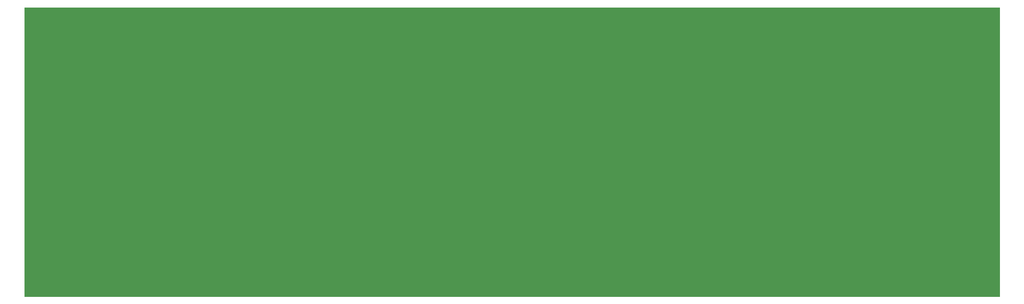
<source format=gbr>
%TF.GenerationSoftware,KiCad,Pcbnew,(6.0.7)*%
%TF.CreationDate,2022-08-16T16:18:47+02:00*%
%TF.ProjectId,MHS_Mobile_Hardware_Sampler_FSR_PCB,4d48535f-4d6f-4626-996c-655f48617264,rev?*%
%TF.SameCoordinates,Original*%
%TF.FileFunction,Profile,NP*%
%FSLAX46Y46*%
G04 Gerber Fmt 4.6, Leading zero omitted, Abs format (unit mm)*
G04 Created by KiCad (PCBNEW (6.0.7)) date 2022-08-16 16:18:47*
%MOMM*%
%LPD*%
G01*
G04 APERTURE LIST*
%TA.AperFunction,Profile*%
%ADD10C,0.100000*%
%TD*%
G04 APERTURE END LIST*
D10*
X34780000Y-106500000D02*
X220080000Y-106500000D01*
X220080000Y-106500000D02*
X220080000Y-161500000D01*
X220080000Y-161500000D02*
X34780000Y-161500000D01*
X34780000Y-161500000D02*
X34780000Y-106500000D01*
G36*
X220022121Y-106520002D02*
G01*
X220068614Y-106573658D01*
X220080000Y-106626000D01*
X220080000Y-161374000D01*
X220059998Y-161442121D01*
X220006342Y-161488614D01*
X219954000Y-161500000D01*
X34906000Y-161500000D01*
X34837879Y-161479998D01*
X34791386Y-161426342D01*
X34780000Y-161374000D01*
X34780000Y-106626000D01*
X34800002Y-106557879D01*
X34853658Y-106511386D01*
X34906000Y-106500000D01*
X219954000Y-106500000D01*
X220022121Y-106520002D01*
G37*
M02*

</source>
